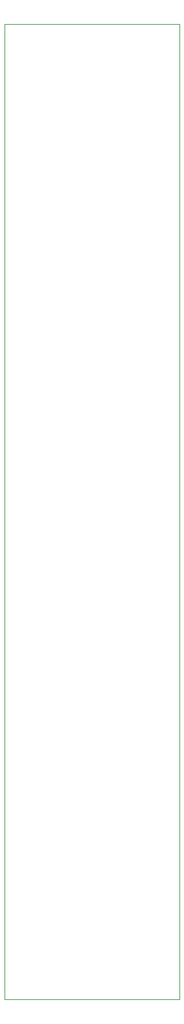
<source format=gbr>
G04 Layer_Color=0*
%FSLAX26Y26*%
%MOIN*%
%TF.FileFunction,Profile*%
%TF.Part,Single*%
G01*
G75*
%TA.AperFunction,Profile*%
%ADD23C,0.001000*%
D23*
X5550000Y3500000D02*
X6450000D01*
Y8500000D01*
X5550000D01*
Y3500000D01*
%TF.MD5,E4AAD89B235D5DA7A1728187E299558E*%
M02*

</source>
